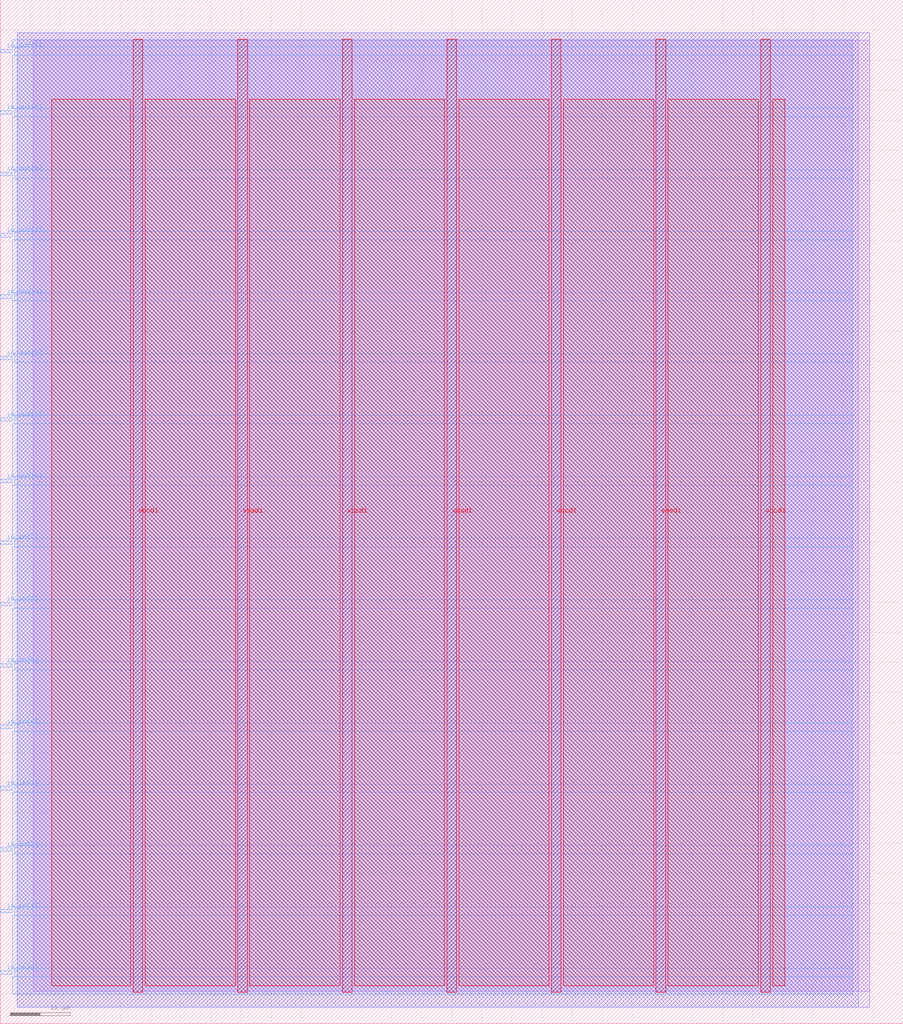
<source format=lef>
VERSION 5.7 ;
  NOWIREEXTENSIONATPIN ON ;
  DIVIDERCHAR "/" ;
  BUSBITCHARS "[]" ;
MACRO AidanMedcalf_pid_controller
  CLASS BLOCK ;
  FOREIGN AidanMedcalf_pid_controller ;
  ORIGIN 0.000 0.000 ;
  SIZE 150.000 BY 170.000 ;
  PIN io_in[0]
    DIRECTION INPUT ;
    USE SIGNAL ;
    PORT
      LAYER met3 ;
        RECT 0.000 8.200 2.000 8.800 ;
    END
  END io_in[0]
  PIN io_in[1]
    DIRECTION INPUT ;
    USE SIGNAL ;
    PORT
      LAYER met3 ;
        RECT 0.000 18.400 2.000 19.000 ;
    END
  END io_in[1]
  PIN io_in[2]
    DIRECTION INPUT ;
    USE SIGNAL ;
    PORT
      LAYER met3 ;
        RECT 0.000 28.600 2.000 29.200 ;
    END
  END io_in[2]
  PIN io_in[3]
    DIRECTION INPUT ;
    USE SIGNAL ;
    PORT
      LAYER met3 ;
        RECT 0.000 38.800 2.000 39.400 ;
    END
  END io_in[3]
  PIN io_in[4]
    DIRECTION INPUT ;
    USE SIGNAL ;
    PORT
      LAYER met3 ;
        RECT 0.000 49.000 2.000 49.600 ;
    END
  END io_in[4]
  PIN io_in[5]
    DIRECTION INPUT ;
    USE SIGNAL ;
    PORT
      LAYER met3 ;
        RECT 0.000 59.200 2.000 59.800 ;
    END
  END io_in[5]
  PIN io_in[6]
    DIRECTION INPUT ;
    USE SIGNAL ;
    PORT
      LAYER met3 ;
        RECT 0.000 69.400 2.000 70.000 ;
    END
  END io_in[6]
  PIN io_in[7]
    DIRECTION INPUT ;
    USE SIGNAL ;
    PORT
      LAYER met3 ;
        RECT 0.000 79.600 2.000 80.200 ;
    END
  END io_in[7]
  PIN io_out[0]
    DIRECTION OUTPUT TRISTATE ;
    USE SIGNAL ;
    PORT
      LAYER met3 ;
        RECT 0.000 89.800 2.000 90.400 ;
    END
  END io_out[0]
  PIN io_out[1]
    DIRECTION OUTPUT TRISTATE ;
    USE SIGNAL ;
    PORT
      LAYER met3 ;
        RECT 0.000 100.000 2.000 100.600 ;
    END
  END io_out[1]
  PIN io_out[2]
    DIRECTION OUTPUT TRISTATE ;
    USE SIGNAL ;
    PORT
      LAYER met3 ;
        RECT 0.000 110.200 2.000 110.800 ;
    END
  END io_out[2]
  PIN io_out[3]
    DIRECTION OUTPUT TRISTATE ;
    USE SIGNAL ;
    PORT
      LAYER met3 ;
        RECT 0.000 120.400 2.000 121.000 ;
    END
  END io_out[3]
  PIN io_out[4]
    DIRECTION OUTPUT TRISTATE ;
    USE SIGNAL ;
    PORT
      LAYER met3 ;
        RECT 0.000 130.600 2.000 131.200 ;
    END
  END io_out[4]
  PIN io_out[5]
    DIRECTION OUTPUT TRISTATE ;
    USE SIGNAL ;
    PORT
      LAYER met3 ;
        RECT 0.000 140.800 2.000 141.400 ;
    END
  END io_out[5]
  PIN io_out[6]
    DIRECTION OUTPUT TRISTATE ;
    USE SIGNAL ;
    PORT
      LAYER met3 ;
        RECT 0.000 151.000 2.000 151.600 ;
    END
  END io_out[6]
  PIN io_out[7]
    DIRECTION OUTPUT TRISTATE ;
    USE SIGNAL ;
    PORT
      LAYER met3 ;
        RECT 0.000 161.200 2.000 161.800 ;
    END
  END io_out[7]
  PIN vccd1
    DIRECTION INOUT ;
    USE POWER ;
    PORT
      LAYER met4 ;
        RECT 22.090 5.200 23.690 163.440 ;
    END
    PORT
      LAYER met4 ;
        RECT 56.830 5.200 58.430 163.440 ;
    END
    PORT
      LAYER met4 ;
        RECT 91.570 5.200 93.170 163.440 ;
    END
    PORT
      LAYER met4 ;
        RECT 126.310 5.200 127.910 163.440 ;
    END
  END vccd1
  PIN vssd1
    DIRECTION INOUT ;
    USE GROUND ;
    PORT
      LAYER met4 ;
        RECT 39.460 5.200 41.060 163.440 ;
    END
    PORT
      LAYER met4 ;
        RECT 74.200 5.200 75.800 163.440 ;
    END
    PORT
      LAYER met4 ;
        RECT 108.940 5.200 110.540 163.440 ;
    END
  END vssd1
  OBS
      LAYER li1 ;
        RECT 5.520 5.355 144.440 163.285 ;
      LAYER met1 ;
        RECT 2.830 2.760 144.440 164.520 ;
      LAYER met2 ;
        RECT 2.850 2.730 142.500 164.550 ;
      LAYER met3 ;
        RECT 2.000 162.200 141.615 163.365 ;
        RECT 2.400 160.800 141.615 162.200 ;
        RECT 2.000 152.000 141.615 160.800 ;
        RECT 2.400 150.600 141.615 152.000 ;
        RECT 2.000 141.800 141.615 150.600 ;
        RECT 2.400 140.400 141.615 141.800 ;
        RECT 2.000 131.600 141.615 140.400 ;
        RECT 2.400 130.200 141.615 131.600 ;
        RECT 2.000 121.400 141.615 130.200 ;
        RECT 2.400 120.000 141.615 121.400 ;
        RECT 2.000 111.200 141.615 120.000 ;
        RECT 2.400 109.800 141.615 111.200 ;
        RECT 2.000 101.000 141.615 109.800 ;
        RECT 2.400 99.600 141.615 101.000 ;
        RECT 2.000 90.800 141.615 99.600 ;
        RECT 2.400 89.400 141.615 90.800 ;
        RECT 2.000 80.600 141.615 89.400 ;
        RECT 2.400 79.200 141.615 80.600 ;
        RECT 2.000 70.400 141.615 79.200 ;
        RECT 2.400 69.000 141.615 70.400 ;
        RECT 2.000 60.200 141.615 69.000 ;
        RECT 2.400 58.800 141.615 60.200 ;
        RECT 2.000 50.000 141.615 58.800 ;
        RECT 2.400 48.600 141.615 50.000 ;
        RECT 2.000 39.800 141.615 48.600 ;
        RECT 2.400 38.400 141.615 39.800 ;
        RECT 2.000 29.600 141.615 38.400 ;
        RECT 2.400 28.200 141.615 29.600 ;
        RECT 2.000 19.400 141.615 28.200 ;
        RECT 2.400 18.000 141.615 19.400 ;
        RECT 2.000 9.200 141.615 18.000 ;
        RECT 2.400 7.800 141.615 9.200 ;
        RECT 2.000 4.935 141.615 7.800 ;
      LAYER met4 ;
        RECT 8.575 6.295 21.690 153.505 ;
        RECT 24.090 6.295 39.060 153.505 ;
        RECT 41.460 6.295 56.430 153.505 ;
        RECT 58.830 6.295 73.800 153.505 ;
        RECT 76.200 6.295 91.170 153.505 ;
        RECT 93.570 6.295 108.540 153.505 ;
        RECT 110.940 6.295 125.910 153.505 ;
        RECT 128.310 6.295 130.345 153.505 ;
  END
END AidanMedcalf_pid_controller
END LIBRARY


</source>
